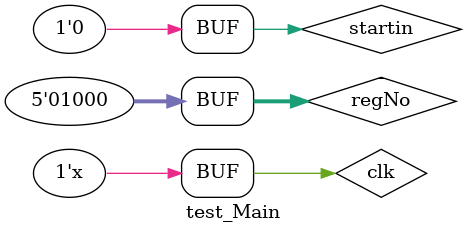
<source format=v>
`timescale 1ns / 1ps

module test_Main;
  reg clk;
  reg startin;
  reg [4:0] regNo;
  wire [31:0] val;

  Main u1 (
      .clk(clk),
      .startin(startin),
      .regNo(regNo),
      .val(val)
  );

  always #10 clk = ~clk;

  initial begin
    clk = 1;
    startin = 1;
    regNo = 5'd8;
    #20;
    startin = 0;
    #10;
  end
endmodule

</source>
